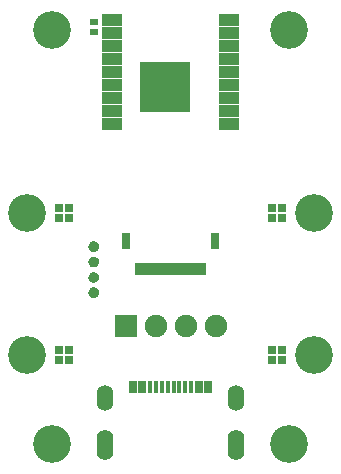
<source format=gbr>
G04*
G04 #@! TF.GenerationSoftware,Altium Limited,Altium Designer,24.1.2 (44)*
G04*
G04 Layer_Color=16711935*
%FSLAX25Y25*%
%MOIN*%
G70*
G04*
G04 #@! TF.SameCoordinates,EC497B79-CED4-4E58-A43C-F9202C23BEB1*
G04*
G04*
G04 #@! TF.FilePolarity,Negative*
G04*
G01*
G75*
%ADD27R,0.01981X0.04343*%
%ADD34R,0.03162X0.05524*%
%ADD35R,0.02572X0.02572*%
%ADD36O,0.05524X0.10249*%
%ADD37O,0.05524X0.08674*%
%ADD38C,0.07493*%
%ADD39R,0.07493X0.07493*%
%ADD40C,0.12611*%
%ADD55R,0.02526X0.01975*%
%ADD56R,0.02762X0.03943*%
%ADD57R,0.01581X0.03943*%
%ADD58R,0.06706X0.03950*%
%ADD59R,0.16548X0.16548*%
G36*
X25784Y63973D02*
X26089Y63913D01*
X26126Y63902D01*
X26412Y63783D01*
X26412Y63783D01*
X26446Y63765D01*
X26704Y63592D01*
X26734Y63568D01*
X26734Y63568D01*
X26954Y63349D01*
X26978Y63319D01*
X26978Y63318D01*
X27151Y63061D01*
X27169Y63026D01*
X27169Y63026D01*
X27288Y62740D01*
X27299Y62703D01*
X27359Y62398D01*
X27363Y62360D01*
Y62205D01*
Y62050D01*
X27359Y62011D01*
X27299Y61707D01*
X27288Y61670D01*
X27169Y61383D01*
X27169Y61383D01*
X27151Y61349D01*
X26978Y61091D01*
X26954Y61061D01*
X26954Y61061D01*
X26734Y60842D01*
X26704Y60817D01*
X26704Y60817D01*
X26446Y60645D01*
X26412Y60626D01*
X26412Y60626D01*
X26126Y60508D01*
X26089Y60496D01*
X25784Y60436D01*
X25746Y60432D01*
X25436D01*
X25397Y60436D01*
X25093Y60496D01*
X25056Y60508D01*
X24769Y60626D01*
X24769Y60626D01*
X24735Y60645D01*
X24477Y60817D01*
X24447Y60842D01*
X24447Y60842D01*
X24227Y61061D01*
X24203Y61091D01*
X24203Y61091D01*
X24031Y61349D01*
X24012Y61383D01*
X24012Y61383D01*
X23893Y61670D01*
X23882Y61707D01*
X23822Y62011D01*
X23818Y62050D01*
Y62205D01*
Y62360D01*
X23822Y62398D01*
X23882Y62703D01*
X23893Y62740D01*
X24012Y63026D01*
X24012Y63026D01*
X24031Y63061D01*
X24203Y63319D01*
X24227Y63349D01*
X24227Y63349D01*
X24447Y63568D01*
X24477Y63592D01*
X24477Y63592D01*
X24735Y63765D01*
X24769Y63783D01*
X24769Y63783D01*
X25056Y63902D01*
X25093Y63913D01*
X25397Y63973D01*
X25436Y63977D01*
X25746D01*
X25784Y63973D01*
D02*
G37*
G36*
Y69092D02*
X26089Y69031D01*
X26126Y69020D01*
X26412Y68901D01*
X26412Y68901D01*
X26446Y68883D01*
X26704Y68711D01*
X26734Y68686D01*
X26734Y68686D01*
X26954Y68467D01*
X26978Y68437D01*
X26978Y68436D01*
X27151Y68179D01*
X27169Y68145D01*
X27169Y68144D01*
X27288Y67858D01*
X27299Y67821D01*
X27359Y67516D01*
X27363Y67478D01*
Y67323D01*
Y67168D01*
X27359Y67129D01*
X27299Y66825D01*
X27288Y66788D01*
X27169Y66501D01*
X27169Y66501D01*
X27151Y66467D01*
X26978Y66209D01*
X26954Y66179D01*
X26954Y66179D01*
X26734Y65960D01*
X26704Y65935D01*
X26704Y65935D01*
X26446Y65763D01*
X26412Y65745D01*
X26412Y65745D01*
X26126Y65626D01*
X26089Y65614D01*
X25784Y65554D01*
X25746Y65550D01*
X25436D01*
X25397Y65554D01*
X25093Y65614D01*
X25056Y65626D01*
X24769Y65745D01*
X24769Y65745D01*
X24735Y65763D01*
X24477Y65935D01*
X24447Y65960D01*
X24447Y65960D01*
X24227Y66179D01*
X24203Y66209D01*
X24203Y66209D01*
X24031Y66467D01*
X24012Y66501D01*
X24012Y66501D01*
X23893Y66788D01*
X23882Y66825D01*
X23822Y67129D01*
X23818Y67168D01*
Y67323D01*
Y67478D01*
X23822Y67516D01*
X23882Y67821D01*
X23893Y67858D01*
X24012Y68144D01*
X24012Y68145D01*
X24031Y68179D01*
X24203Y68437D01*
X24227Y68467D01*
X24227Y68467D01*
X24447Y68686D01*
X24477Y68711D01*
X24477Y68711D01*
X24735Y68883D01*
X24769Y68901D01*
X24769Y68901D01*
X25056Y69020D01*
X25093Y69031D01*
X25397Y69092D01*
X25436Y69095D01*
X25746D01*
X25784Y69092D01*
D02*
G37*
G36*
Y74210D02*
X26089Y74149D01*
X26126Y74138D01*
X26412Y74019D01*
X26412Y74019D01*
X26446Y74001D01*
X26704Y73829D01*
X26734Y73804D01*
X26734Y73804D01*
X26954Y73585D01*
X26978Y73555D01*
X26978Y73555D01*
X27151Y73297D01*
X27169Y73263D01*
X27169Y73263D01*
X27288Y72976D01*
X27299Y72939D01*
X27359Y72635D01*
X27363Y72596D01*
Y72441D01*
Y72286D01*
X27359Y72247D01*
X27299Y71943D01*
X27288Y71906D01*
X27169Y71619D01*
X27169Y71619D01*
X27151Y71585D01*
X26978Y71327D01*
X26954Y71297D01*
X26954Y71297D01*
X26734Y71078D01*
X26704Y71053D01*
X26704Y71053D01*
X26446Y70881D01*
X26412Y70863D01*
X26412Y70863D01*
X26126Y70744D01*
X26089Y70733D01*
X25784Y70672D01*
X25746Y70668D01*
X25436D01*
X25397Y70672D01*
X25093Y70733D01*
X25056Y70744D01*
X24769Y70863D01*
X24769Y70863D01*
X24735Y70881D01*
X24477Y71053D01*
X24447Y71078D01*
X24447Y71078D01*
X24227Y71297D01*
X24203Y71327D01*
X24203Y71327D01*
X24031Y71585D01*
X24012Y71619D01*
X24012Y71619D01*
X23893Y71906D01*
X23882Y71943D01*
X23822Y72247D01*
X23818Y72286D01*
Y72441D01*
Y72596D01*
X23822Y72635D01*
X23882Y72939D01*
X23893Y72976D01*
X24012Y73263D01*
X24012Y73263D01*
X24031Y73297D01*
X24203Y73555D01*
X24227Y73585D01*
X24227Y73585D01*
X24447Y73804D01*
X24477Y73829D01*
X24477Y73829D01*
X24735Y74001D01*
X24769Y74019D01*
X24769Y74019D01*
X25056Y74138D01*
X25093Y74149D01*
X25397Y74210D01*
X25436Y74213D01*
X25746D01*
X25784Y74210D01*
D02*
G37*
G36*
Y79328D02*
X26089Y79267D01*
X26126Y79256D01*
X26412Y79137D01*
X26412Y79137D01*
X26446Y79119D01*
X26704Y78947D01*
X26734Y78922D01*
X26734Y78922D01*
X26954Y78703D01*
X26978Y78673D01*
X26978Y78673D01*
X27151Y78415D01*
X27169Y78381D01*
X27169Y78381D01*
X27288Y78094D01*
X27299Y78057D01*
X27359Y77753D01*
X27363Y77714D01*
Y77559D01*
Y77404D01*
X27359Y77365D01*
X27299Y77061D01*
X27288Y77024D01*
X27169Y76737D01*
X27169Y76737D01*
X27151Y76703D01*
X26978Y76445D01*
X26954Y76415D01*
X26954Y76415D01*
X26734Y76196D01*
X26704Y76171D01*
X26704Y76171D01*
X26446Y75999D01*
X26412Y75981D01*
X26412Y75981D01*
X26126Y75862D01*
X26089Y75851D01*
X25784Y75790D01*
X25746Y75787D01*
X25436D01*
X25397Y75790D01*
X25093Y75851D01*
X25056Y75862D01*
X24769Y75981D01*
X24769Y75981D01*
X24735Y75999D01*
X24477Y76171D01*
X24447Y76196D01*
X24447Y76196D01*
X24227Y76415D01*
X24203Y76445D01*
X24203Y76445D01*
X24031Y76703D01*
X24012Y76737D01*
X24012Y76737D01*
X23893Y77024D01*
X23882Y77061D01*
X23822Y77365D01*
X23818Y77404D01*
Y77559D01*
Y77714D01*
X23822Y77753D01*
X23882Y78057D01*
X23893Y78094D01*
X24012Y78381D01*
X24012Y78381D01*
X24031Y78415D01*
X24203Y78673D01*
X24227Y78703D01*
X24227Y78703D01*
X24447Y78922D01*
X24477Y78947D01*
X24477Y78947D01*
X24735Y79119D01*
X24769Y79137D01*
X24769Y79137D01*
X25056Y79256D01*
X25093Y79267D01*
X25397Y79328D01*
X25436Y79332D01*
X25746D01*
X25784Y79328D01*
D02*
G37*
D27*
X60039Y70079D02*
D03*
X58071D02*
D03*
X56102D02*
D03*
X42323D02*
D03*
X46260D02*
D03*
X44291D02*
D03*
X48228D02*
D03*
X50197D02*
D03*
X52165D02*
D03*
X54134D02*
D03*
X40354D02*
D03*
X62008D02*
D03*
D34*
X65945Y79528D02*
D03*
X36417Y79527D02*
D03*
D35*
X17421Y86910D02*
D03*
X14075Y86911D02*
D03*
X17421Y90256D02*
D03*
X14075D02*
D03*
X88287Y86910D02*
D03*
X84941D02*
D03*
X88287Y90255D02*
D03*
X84941Y90256D02*
D03*
Y43012D02*
D03*
X88287D02*
D03*
X84941Y39667D02*
D03*
X88287Y39666D02*
D03*
X17421D02*
D03*
X14075D02*
D03*
X17421Y43011D02*
D03*
X14075Y43012D02*
D03*
D36*
X73150Y11437D02*
D03*
X29213D02*
D03*
D37*
Y27185D02*
D03*
X73150D02*
D03*
D38*
X66181Y51181D02*
D03*
X56181D02*
D03*
X46181D02*
D03*
D39*
X36181D02*
D03*
D40*
X99016Y41339D02*
D03*
X3347D02*
D03*
X99016Y88583D02*
D03*
X3347D02*
D03*
X11811Y149606D02*
D03*
X90551D02*
D03*
X11811Y11811D02*
D03*
X90551D02*
D03*
D55*
X25591Y149213D02*
D03*
Y152362D02*
D03*
D56*
X38544Y30906D02*
D03*
X41693D02*
D03*
X60670D02*
D03*
X63819D02*
D03*
D57*
X58071D02*
D03*
X56103D02*
D03*
X54134D02*
D03*
X52166D02*
D03*
X50197D02*
D03*
X48229D02*
D03*
X46260D02*
D03*
X44292D02*
D03*
D58*
X31693Y148818D02*
D03*
Y144488D02*
D03*
Y140157D02*
D03*
Y135827D02*
D03*
Y131495D02*
D03*
Y127165D02*
D03*
Y122834D02*
D03*
Y118504D02*
D03*
Y153149D02*
D03*
X70669Y148819D02*
D03*
Y144488D02*
D03*
Y118504D02*
D03*
Y122834D02*
D03*
Y127165D02*
D03*
Y131496D02*
D03*
Y135826D02*
D03*
Y140157D02*
D03*
Y153149D02*
D03*
D59*
X49409Y130905D02*
D03*
M02*

</source>
